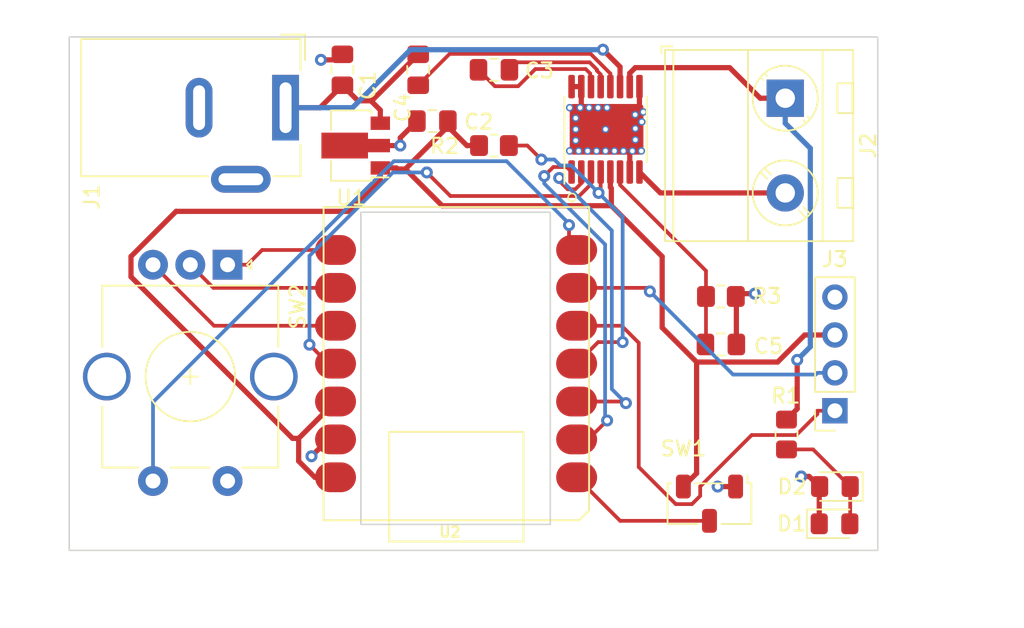
<source format=kicad_pcb>
(kicad_pcb (version 20231212) (generator "pcbnew") (generator_version "7.99")
  (layers (0 "F.Cu" signal) (31 "B.Cu" signal) (34 "B.Paste" user) (35 "F.Paste" user) (36 "B.SilkS" user "B.Silkscreen") (37 "F.SilkS" user "F.Silkscreen") (38 "B.Mask" user) (39 "F.Mask" user) (44 "Edge.Cuts" user))
  (net 0 "")
  (net 1 "GND")
  (net 2 "+VIN")
  (net 3 "Net-(U4-IPROPI)")
  (net 4 "+3V3")
  (net 5 "/Power Output/DCC_0")
  (net 6 "Net-(U2-PB08_A6_D6_TX)")
  (net 7 "/Control Board/PWM")
  (net 8 "Net-(U2-PB09_A7_D7_RX)")
  (net 9 "/Power Output/DCC_1")
  (net 10 "/Control Board/SENSE")
  (net 11 "Net-(SW1-B)")
  (net 12 "/Control Board/DIRECTION")
  (net 13 "/Control Board/BRAKE")
  (net 14 "Net-(U2-PA5_A9_D9_MISO)")
  (net 15 "Net-(U2-PA7_A8_D8_SCK)")
  (net 16 "Net-(D1-A)")
  (net 17 "/Control Board/SCL")
  (net 18 "/Control Board/SDA")
  (net 19 "Net-(U4-VCP)")
  (net 20 "Net-(U4-CPL)")
  (net 21 "Net-(U4-CPH)")
  (footprint "Connector_PinSocket_2.54mm:PinSocket_1x04_P2.54mm_Vertical" (layer "F.Cu") (at 142.24 81.28 180)
    (property "Reference" "J3" (at 0 10.16 180) (layer "F.SilkS"))
    (property "Value" "OLED_SOCKET")
    (fp_line (start 1.33 1.27) (end 1.33 8.95) (stroke (width 0.12)) (layer "F.SilkS"))
    (fp_line (start 1.33 -1.33) (end 1.33 0) (stroke (width 0.12)) (layer "F.SilkS"))
    (fp_line (start 0 -1.33) (end 1.33 -1.33) (stroke (width 0.12)) (layer "F.SilkS"))
    (fp_line (start -1.33 8.95) (end 1.33 8.95) (stroke (width 0.12)) (layer "F.SilkS"))
    (fp_line (start -1.33 1.27) (end 1.33 1.27) (stroke (width 0.12)) (layer "F.SilkS"))
    (fp_line (start -1.33 1.27) (end -1.33 8.95) (stroke (width 0.12)) (layer "F.SilkS"))
    (pad "1" thru_hole rect (at 0 0 180) (size 1.7 1.7) (drill 1) (layers "*.Cu" "*.Mask") (net 18 "/Control Board/SDA"))
    (pad "2" thru_hole oval (at 0 2.54 180) (size 1.7 1.7) (drill 1) (layers "*.Cu" "*.Mask") (net 17 "/Control Board/SCL"))
    (pad "3" thru_hole oval (at 0 5.08 180) (size 1.7 1.7) (drill 1) (layers "*.Cu" "*.Mask") (net 4 "+3V3"))
    (pad "4" thru_hole oval (at 0 7.62 180) (size 1.7 1.7) (drill 1) (layers "*.Cu" "*.Mask") (net 1 "GND"))
  )
  (footprint "Capacitor_SMD:C_0805_2012Metric_Pad1.18x1.45mm_HandSolder" (layer "F.Cu") (at 114.3 58.42 90)
    (property "Reference" "C4" (at -2.54 -1.0375 -90) (layer "F.SilkS"))
    (property "Value" "100nF")
    (fp_line (start -0.261252 -0.735) (end 0.261252 -0.735) (stroke (width 0.12)) (layer "F.SilkS"))
    (fp_line (start -0.261252 0.735) (end 0.261252 0.735) (stroke (width 0.12)) (layer "F.SilkS"))
    (pad "1" smd roundrect (at -1.0375 0 90) (size 1.175 1.45) (layers "F.Cu" "F.Paste" "F.Mask") (roundrect_rratio 0.212766) (net 19 "Net-(U4-VCP)"))
    (pad "2" smd roundrect (at 1.0375 0 90) (size 1.175 1.45) (layers "F.Cu" "F.Paste" "F.Mask") (roundrect_rratio 0.212766) (net 2 "+VIN"))
  )
  (footprint "Rotary_Encoder:RotaryEncoder_Alps_EC11E-Switch_Vertical_H20mm_CircularMountingHoles" (layer "F.Cu") (at 101.52 71.49 -90)
    (property "Reference" "SW2" (at 2.8 -4.7 90) (layer "F.SilkS"))
    (property "Value" "RotaryEncoder_Switch")
    (fp_line (start 5.5 8.4) (end 1.4 8.4) (stroke (width 0.12)) (layer "F.SilkS"))
    (fp_line (start 13.6 8.4) (end 9.5 8.4) (stroke (width 0.12)) (layer "F.SilkS"))
    (fp_line (start 13.6 6) (end 13.6 8.4) (stroke (width 0.12)) (layer "F.SilkS"))
    (fp_line (start 7 2.5) (end 8 2.5) (stroke (width 0.12)) (layer "F.SilkS"))
    (fp_line (start 7.5 2) (end 7.5 3) (stroke (width 0.12)) (layer "F.SilkS"))
    (fp_line (start 13.6 1.2) (end 13.6 3.8) (stroke (width 0.12)) (layer "F.SilkS"))
    (fp_line (start 0 -1.3) (end -0.3 -1.6) (stroke (width 0.12)) (layer "F.SilkS"))
    (fp_line (start -0.3 -1.6) (end 0.3 -1.6) (stroke (width 0.12)) (layer "F.SilkS"))
    (fp_line (start 0.3 -1.6) (end 0 -1.3) (stroke (width 0.12)) (layer "F.SilkS"))
    (fp_line (start 1.4 -3.4) (end 1.4 8.4) (stroke (width 0.12)) (layer "F.SilkS"))
    (fp_line (start 5.5 -3.4) (end 1.4 -3.4) (stroke (width 0.12)) (layer "F.SilkS"))
    (fp_line (start 9.5 -3.4) (end 13.6 -3.4) (stroke (width 0.12)) (layer "F.SilkS"))
    (fp_line (start 13.6 -3.4) (end 13.6 -1) (stroke (width 0.12)) (layer "F.SilkS"))
    (fp_circle (center 7.5 2.5) (end 10.5 2.5) (stroke (width 0.12)) (fill none) (layer "F.SilkS"))
    (pad "A" thru_hole rect (at 0 0 270) (size 2 2) (drill 1) (layers "*.Cu" "*.Mask") (net 8 "Net-(U2-PB09_A7_D7_RX)"))
    (pad "B" thru_hole circle (at 0 5 270) (size 2 2) (drill 1) (layers "*.Cu" "*.Mask") (net 14 "Net-(U2-PA5_A9_D9_MISO)"))
    (pad "C" thru_hole circle (at 0 2.5 270) (size 2 2) (drill 1) (layers "*.Cu" "*.Mask") (net 15 "Net-(U2-PA7_A8_D8_SCK)"))
    (pad "MP" thru_hole circle (at 7.5 -3.1 270) (size 3.2 3.2) (drill 2.6) (layers "*.Cu" "*.Mask"))
    (pad "MP" thru_hole circle (at 7.5 8.1 270) (size 3.2 3.2) (drill 2.6) (layers "*.Cu" "*.Mask"))
    (pad "S1" thru_hole circle (at 14.5 5 270) (size 2 2) (drill 1) (layers "*.Cu" "*.Mask") (net 6 "Net-(U2-PB08_A6_D6_TX)"))
    (pad "S2" thru_hole circle (at 14.5 0 270) (size 2 2) (drill 1) (layers "*.Cu" "*.Mask") (net 1 "GND"))
  )
  (footprint "DRVC8874:HTSSOP-16-1EP_4.4x5mm_P0.65mm_EP3.4x5mm_Mask2.46_HiAmp" (layer "F.Cu") (at 126.86 62.41 90)
    (property "Reference" "U4" (hide yes))
    (property "Value" "DRV8874PWPR")
    (fp_line (start 0 -2.76) (end 2.2 -2.76) (stroke (width 0.12)) (layer "F.SilkS"))
    (fp_line (start 0 -2.76) (end -3.65 -2.76) (stroke (width 0.12)) (layer "F.SilkS"))
    (fp_line (start 0 2.76) (end 2.2 2.76) (stroke (width 0.12)) (layer "F.SilkS"))
    (fp_line (start 0 2.76) (end -2.2 2.76) (stroke (width 0.12)) (layer "F.SilkS"))
    (fp_circle (center -4.565943 -2.242912) (end -4.301715 -2.27227) (stroke (width 0.1)) (fill none) (layer "F.SilkS"))
    (pad "1" smd roundrect (at -2.8625 -2.275 90) (size 1.575 0.44) (layers "F.Cu" "F.Paste" "F.Mask") (net 13 "/Control Board/BRAKE"))
    (pad "2" smd roundrect (at -2.8625 -1.625 90) (size 1.575 0.44) (layers "F.Cu" "F.Paste" "F.Mask") (net 12 "/Control Board/DIRECTION"))
    (pad "3" smd roundrect (at -2.8625 -0.975 90) (size 1.575 0.44) (layers "F.Cu" "F.Paste" "F.Mask") (net 7 "/Control Board/PWM"))
    (pad "4" smd roundrect (at -2.8625 -0.325 90) (size 1.575 0.44) (layers "F.Cu" "F.Paste" "F.Mask") (net 10 "/Control Board/SENSE"))
    (pad "5" smd roundrect (at -2.8625 0.325 90) (size 1.575 0.44) (layers "F.Cu" "F.Paste" "F.Mask") (net 4 "+3V3"))
    (pad "6" smd roundrect (at -2.8625 0.975 90) (size 1.575 0.44) (layers "F.Cu" "F.Paste" "F.Mask") (net 3 "Net-(U4-IPROPI)"))
    (pad "7" smd roundrect (at -2.8625 1.625 90) (size 1.575 0.44) (layers "F.Cu" "F.Paste" "F.Mask") (net 1 "GND"))
    (pad "8" smd roundrect (at -2.8625 2.275 90) (size 1.575 0.44) (layers "F.Cu" "F.Paste" "F.Mask") (net 5 "/Power Output/DCC_0"))
    (pad "9" smd roundrect (at 2.8625 2.275 90) (size 1.575 0.44) (layers "F.Cu" "F.Paste" "F.Mask") (net 1 "GND"))
    (pad "10" smd roundrect (at 2.8625 1.625 90) (size 1.575 0.44) (layers "F.Cu" "F.Paste" "F.Mask") (net 9 "/Power Output/DCC_1"))
    (pad "11" smd roundrect (at 2.8625 0.975 90) (size 1.575 0.44) (layers "F.Cu" "F.Paste" "F.Mask") (net 2 "+VIN"))
    (pad "12" smd roundrect (at 2.8625 0.325 90) (size 1.575 0.44) (layers "F.Cu" "F.Paste" "F.Mask") (net 19 "Net-(U4-VCP)"))
    (pad "13" smd roundrect (at 2.8625 -0.325 90) (size 1.575 0.44) (layers "F.Cu" "F.Paste" "F.Mask") (net 21 "Net-(U4-CPH)"))
    (pad "14" smd roundrect (at 2.8625 -0.975 90) (size 1.575 0.44) (layers "F.Cu" "F.Paste" "F.Mask") (net 20 "Net-(U4-CPL)"))
    (pad "15" smd roundrect (at 2.8625 -1.625 90) (size 1.575 0.44) (layers "F.Cu" "F.Paste" "F.Mask") (net 1 "GND"))
    (pad "16" smd roundrect (at 2.8625 -2.275 90) (size 1.575 0.44) (layers "F.Cu" "F.Paste" "F.Mask") (net 1 "GND"))
    (pad "17" thru_hole circle (at -1.45 -2.4 90) (size 0.5 0.5) (drill 0.3) (layers "*.Cu") (net 1 "GND"))
    (pad "17" thru_hole circle (at -1.45 -1.8 90) (size 0.5 0.5) (drill 0.3) (layers "*.Cu") (net 1 "GND"))
    (pad "17" thru_hole circle (at -1.45 -1.2 90) (size 0.5 0.5) (drill 0.3) (layers "*.Cu") (net 1 "GND"))
    (pad "17" thru_hole circle (at -1.45 -0.6 90) (size 0.5 0.5) (drill 0.3) (layers "*.Cu") (net 1 "GND"))
    (pad "17" thru_hole circle (at -1.45 0 90) (size 0.5 0.5) (drill 0.3) (layers "*.Cu") (net 1 "GND"))
    (pad "17" thru_hole circle (at -1.45 0.6 90) (size 0.5 0.5) (drill 0.3) (layers "*.Cu") (net 1 "GND"))
    (pad "17" thru_hole circle (at -1.45 1.2 90) (size 0.5 0.5) (drill 0.3) (layers "*.Cu") (net 1 "GND"))
    (pad "17" thru_hole circle (at -1.45 1.8 90) (size 0.5 0.5) (drill 0.3) (layers "*.Cu") (net 1 "GND"))
    (pad "17" thru_hole circle (at -1.45 2.4 90) (size 0.5 0.5) (drill 0.3) (layers "*.Cu") (net 1 "GND"))
    (pad "17" thru_hole circle (at -0.75 -2 90) (size 0.5 0.5) (drill 0.3) (layers "*.Cu") (net 1 "GND"))
    (pad "17" thru_hole circle (at -0.7 2 90) (size 0.5 0.5) (drill 0.3) (layers "*.Cu") (net 1 "GND"))
    (pad "17" thru_hole circle (at 0 -2 90) (size 0.5 0.5) (drill 0.3) (layers "*.Cu") (net 1 "GND"))
    (pad "17" thru_hole circle (at 0 0 90) (size 0.5 0.5) (drill 0.3) (layers "*.Cu") (net 1 "GND"))
    (pad "17" smd roundrect (at 0 0.069995 90) (size 3.4 4.93999) (layers "F.Cu") (roundrect_rratio 0.06451612903) (net 1 "GND"))
    (pad "17" thru_hole circle (at 0.05 2 90) (size 0.5 0.5) (drill 0.3) (layers "*.Cu") (net 1 "GND"))
    (pad "17" thru_hole circle (at 0.5 2.43 90) (size 0.5 0.5) (drill 0.3) (layers "*.Cu") (net 1 "GND"))
    (pad "17" thru_hole circle (at 0.75 -2 90) (size 0.5 0.5) (drill 0.3) (layers "*.Cu") (net 1 "GND"))
    (pad "17" thru_hole circle (at 0.98 1.99 90) (size 0.5 0.5) (drill 0.3) (layers "*.Cu") (net 1 "GND"))
    (pad "17" thru_hole circle (at 1.16 2.53 90) (size 0.5 0.5) (drill 0.3) (layers "*.Cu") (net 1 "GND"))
    (pad "17" thru_hole circle (at 1.45 -2.4 90) (size 0.5 0.5) (drill 0.3) (layers "*.Cu") (net 1 "GND"))
    (pad "17" thru_hole circle (at 1.45 -1.7 90) (size 0.5 0.5) (drill 0.3) (layers "*.Cu") (net 1 "GND"))
    (pad "17" thru_hole circle (at 1.45 -1.1 90) (size 0.5 0.5) (drill 0.3) (layers "*.Cu") (net 1 "GND"))
    (pad "17" thru_hole circle (at 1.45 -0.5 90) (size 0.5 0.5) (drill 0.3) (layers "*.Cu") (net 1 "GND"))
    (pad "17" thru_hole circle (at 1.45 0.1 90) (size 0.5 0.5) (drill 0.3) (layers "*.Cu") (net 1 "GND"))
  )
  (footprint "Resistor_SMD:R_0805_2012Metric_Pad1.20x1.40mm_HandSolder" (layer "F.Cu") (at 134.5954 73.6174)
    (property "Reference" "R3" (at 3.086389 -0.025191 0) (layer "F.SilkS"))
    (property "Value" "1k5")
    (fp_line (start -0.227064 -0.735) (end 0.227064 -0.735) (stroke (width 0.12)) (layer "F.SilkS"))
    (fp_line (start -0.227064 0.735) (end 0.227064 0.735) (stroke (width 0.12)) (layer "F.SilkS"))
    (pad "1" smd roundrect (at -1 0) (size 1.2 1.4) (layers "F.Cu" "F.Paste" "F.Mask") (roundrect_rratio 0.208333) (net 3 "Net-(U4-IPROPI)"))
    (pad "2" smd roundrect (at 1 0) (size 1.2 1.4) (layers "F.Cu" "F.Paste" "F.Mask") (roundrect_rratio 0.208333) (net 1 "GND"))
  )
  (footprint "Package_TO_SOT_SMD:SOT-89-3" (layer "F.Cu") (at 109.81 63.5 180)
    (property "Reference" "U1" (at 0 -3.5 180) (layer "F.SilkS"))
    (property "Value" "L78L05_SOT89")
    (fp_line (start 1.36 2.36) (end -1.36 2.36) (stroke (width 0.12)) (layer "F.SilkS"))
    (fp_line (start 1.36 1.05) (end 1.36 2.36) (stroke (width 0.12)) (layer "F.SilkS"))
    (fp_line (start 1.36 -2.36) (end 1.36 -1.05) (stroke (width 0.12)) (layer "F.SilkS"))
    (fp_line (start -1.36 2.36) (end -1.36 2.13) (stroke (width 0.12)) (layer "F.SilkS"))
    (fp_line (start -1.36 -2.36) (end 1.36 -2.36) (stroke (width 0.12)) (layer "F.SilkS"))
    (fp_line (start -1.36 -2.36) (end -1.36 -2.13) (stroke (width 0.12)) (layer "F.SilkS"))
    (fp_line (start -2.5 -2.13) (end -1.36 -2.13) (stroke (width 0.12)) (layer "F.SilkS"))
    (pad "1" smd rect (at -1.95 -1.5 180) (size 1.3 0.9) (layers "F.Cu" "F.Paste" "F.Mask") (net 4 "+3V3"))
    (pad "2" smd custom (at -1.8625 0 180) (size 1.475 0.9) (layers "F.Cu" "F.Paste" "F.Mask") (net 1 "GND") (options (clearance outline) (anchor rect)) (primitives (gr_poly (pts (xy 3.8625 0.8665) (xy 0.7375 0.8665) (xy 0.7375 -0.8665) (xy 3.8625 -0.8665)) (width 0) (fill yes))))
    (pad "3" smd rect (at -1.95 1.5 180) (size 1.3 0.9) (layers "F.Cu" "F.Paste" "F.Mask") (net 2 "+VIN"))
  )
  (footprint "XIAO:MOUDLE14P-SMD-2.54-21X17.8MM" (layer "F.Cu") (at 125.7575 67.6207 180)
    (property "Reference" "U2" (at 9.3345 -21.7805 180) (layer "F.SilkS") (effects (font (size 0.7 0.7))))
    (property "Value" "XIAO-ESP32C3")
    (fp_line (start 17.8 0) (end 17.8 -21) (stroke (width 0.127)) (layer "F.SilkS"))
    (fp_line (start 17.8 -21) (end 0.671541 -21) (stroke (width 0.127)) (layer "F.SilkS"))
    (fp_line (start 13.395 -15.072) (end 4.396 -15.072) (stroke (width 0.127)) (layer "F.SilkS"))
    (fp_line (start 13.395 -22.424) (end 13.395 -15.072) (stroke (width 0.127)) (layer "F.SilkS"))
    (fp_line (start 4.4 -22.424) (end 13.395 -22.424) (stroke (width 0.127)) (layer "F.SilkS"))
    (fp_line (start 4.396 -15.072) (end 4.396 -22.425) (stroke (width 0.127)) (layer "F.SilkS"))
    (fp_line (start 0.671541 -21) (end 0 -20.3285) (stroke (width 0.127)) (layer "F.SilkS"))
    (fp_line (start 0 0) (end 17.8 0) (stroke (width 0.127)) (layer "F.SilkS"))
    (fp_line (start 0 -20.3285) (end 0 0) (stroke (width 0.127)) (layer "F.SilkS"))
    (pad "1" smd roundrect (at 0.835 -18.12 180) (size 2.75 2) (layers "F.Cu" "F.Paste" "F.Mask") (roundrect_rratio 0.5) (net 11 "Net-(SW1-B)"))
    (pad "2" smd roundrect (at 0.835 -15.58 180) (size 2.75 2) (layers "F.Cu" "F.Paste" "F.Mask") (roundrect_rratio 0.5) (net 13 "/Control Board/BRAKE"))
    (pad "3" smd roundrect (at 0.835 -13.04 180) (size 2.75 2) (layers "F.Cu" "F.Paste" "F.Mask") (roundrect_rratio 0.5) (net 12 "/Control Board/DIRECTION"))
    (pad "4" smd roundrect (at 0.835 -10.5 180) (size 2.75 2) (layers "F.Cu" "F.Paste" "F.Mask") (roundrect_rratio 0.5) (net 10 "/Control Board/SENSE"))
    (pad "5" smd roundrect (at 0.835 -7.96 180) (size 2.75 2) (layers "F.Cu" "F.Paste" "F.Mask") (roundrect_rratio 0.5) (net 18 "/Control Board/SDA"))
    (pad "6" smd roundrect (at 0.835 -5.42 180) (size 2.75 2) (layers "F.Cu" "F.Paste" "F.Mask") (roundrect_rratio 0.5) (net 17 "/Control Board/SCL"))
    (pad "7" smd roundrect (at 0.835 -2.88 180) (size 2.75 2) (layers "F.Cu" "F.Paste" "F.Mask") (roundrect_rratio 0.5) (net 6 "Net-(U2-PB08_A6_D6_TX)"))
    (pad "8" smd roundrect (at 17 -2.88 180) (size 2.75 2) (layers "F.Cu" "F.Paste" "F.Mask") (roundrect_rratio 0.5) (net 8 "Net-(U2-PB09_A7_D7_RX)"))
    (pad "9" smd roundrect (at 17 -5.42 180) (size 2.75 2) (layers "F.Cu" "F.Paste" "F.Mask") (roundrect_rratio 0.5) (net 15 "Net-(U2-PA7_A8_D8_SCK)"))
    (pad "10" smd roundrect (at 17 -7.96 180) (size 2.75 2) (layers "F.Cu" "F.Paste" "F.Mask") (roundrect_rratio 0.5) (net 14 "Net-(U2-PA5_A9_D9_MISO)"))
    (pad "11" smd roundrect (at 17 -10.5 180) (size 2.75 2) (layers "F.Cu" "F.Paste" "F.Mask") (roundrect_rratio 0.5) (net 7 "/Control Board/PWM"))
    (pad "12" smd roundrect (at 17 -13.04 180) (size 2.75 2) (layers "F.Cu" "F.Paste" "F.Mask") (roundrect_rratio 0.5) (net 4 "+3V3"))
    (pad "13" smd roundrect (at 17 -15.58 180) (size 2.75 2) (layers "F.Cu" "F.Paste" "F.Mask") (roundrect_rratio 0.5) (net 1 "GND"))
    (pad "14" smd roundrect (at 17 -18.12 180) (size 2.75 2) (layers "F.Cu" "F.Paste" "F.Mask") (roundrect_rratio 0.5) (net 4 "+3V3"))
  )
  (footprint "LED_SMD:LED_0805_2012Metric_Pad1.15x1.40mm_HandSolder" (layer "F.Cu") (at 142.24 86.36 180)
    (property "Reference" "D2" (at 2.871375 -0.007554 180) (layer "F.SilkS"))
    (property "Value" "LED")
    (fp_line (start 1 -0.96) (end -1.86 -0.96) (stroke (width 0.12)) (layer "F.SilkS"))
    (fp_line (start -1.86 0.96) (end 1 0.96) (stroke (width 0.12)) (layer "F.SilkS"))
    (fp_line (start -1.86 -0.96) (end -1.86 0.96) (stroke (width 0.12)) (layer "F.SilkS"))
    (pad "1" smd roundrect (at -1.025 0 180) (size 1.15 1.4) (layers "F.Cu" "F.Paste" "F.Mask") (roundrect_rratio 0.217391) (net 16 "Net-(D1-A)"))
    (pad "2" smd roundrect (at 1.025 0 180) (size 1.15 1.4) (layers "F.Cu" "F.Paste" "F.Mask") (roundrect_rratio 0.217391) (net 1 "GND"))
  )
  (footprint "Capacitor_SMD:C_0805_2012Metric_Pad1.18x1.45mm_HandSolder" (layer "F.Cu") (at 115.2528 61.8607 180)
    (property "Reference" "C2" (at -3.107865 -0.04295 180) (layer "F.SilkS"))
    (property "Value" "47uF")
    (fp_line (start -0.261252 0.735) (end 0.261252 0.735) (stroke (width 0.12)) (layer "F.SilkS"))
    (fp_line (start -0.261252 -0.735) (end 0.261252 -0.735) (stroke (width 0.12)) (layer "F.SilkS"))
    (pad "1" smd roundrect (at -1.0375 0 180) (size 1.175 1.45) (layers "F.Cu" "F.Paste" "F.Mask") (roundrect_rratio 0.212766) (net 4 "+3V3"))
    (pad "2" smd roundrect (at 1.0375 0 180) (size 1.175 1.45) (layers "F.Cu" "F.Paste" "F.Mask") (roundrect_rratio 0.212766) (net 1 "GND"))
  )
  (footprint "Capacitor_SMD:C_0805_2012Metric_Pad1.18x1.45mm_HandSolder" (layer "F.Cu") (at 109.22 58.42 90)
    (property "Reference" "C1" (at -1.049455 1.703665 -90) (layer "F.SilkS"))
    (property "Value" "1uF")
    (fp_line (start -0.261252 -0.735) (end 0.261252 -0.735) (stroke (width 0.12)) (layer "F.SilkS"))
    (fp_line (start -0.261252 0.735) (end 0.261252 0.735) (stroke (width 0.12)) (layer "F.SilkS"))
    (pad "1" smd roundrect (at -1.0375 0 90) (size 1.175 1.45) (layers "F.Cu" "F.Paste" "F.Mask") (roundrect_rratio 0.212766) (net 2 "+VIN"))
    (pad "2" smd roundrect (at 1.0375 0 90) (size 1.175 1.45) (layers "F.Cu" "F.Paste" "F.Mask") (roundrect_rratio 0.212766) (net 1 "GND"))
  )
  (footprint "Resistor_SMD:R_0805_2012Metric_Pad1.20x1.40mm_HandSolder" (layer "F.Cu") (at 119.38 63.5)
    (property "Reference" "R2" (at -3.313298 0.027451 0) (layer "F.SilkS"))
    (property "Value" "47k")
    (fp_line (start -0.227064 -0.735) (end 0.227064 -0.735) (stroke (width 0.12)) (layer "F.SilkS"))
    (fp_line (start -0.227064 0.735) (end 0.227064 0.735) (stroke (width 0.12)) (layer "F.SilkS"))
    (pad "1" smd roundrect (at -1 0) (size 1.2 1.4) (layers "F.Cu" "F.Paste" "F.Mask") (roundrect_rratio 0.208333) (net 4 "+3V3"))
    (pad "2" smd roundrect (at 1 0) (size 1.2 1.4) (layers "F.Cu" "F.Paste" "F.Mask") (roundrect_rratio 0.208333) (net 10 "/Control Board/SENSE"))
  )
  (footprint "Resistor_SMD:R_0805_2012Metric_Pad1.20x1.40mm_HandSolder" (layer "F.Cu") (at 138.9931 82.8719 -90)
    (property "Reference" "R1" (at -2.597087 0.051881 0) (layer "F.SilkS"))
    (property "Value" "47k")
    (fp_line (start -0.227064 0.735) (end 0.227064 0.735) (stroke (width 0.12)) (layer "F.SilkS"))
    (fp_line (start -0.227064 -0.735) (end 0.227064 -0.735) (stroke (width 0.12)) (layer "F.SilkS"))
    (pad "1" smd roundrect (at -1 0 270) (size 1.2 1.4) (layers "F.Cu" "F.Paste" "F.Mask") (roundrect_rratio 0.208333) (net 9 "/Power Output/DCC_1"))
    (pad "2" smd roundrect (at 1 0 270) (size 1.2 1.4) (layers "F.Cu" "F.Paste" "F.Mask") (roundrect_rratio 0.208333) (net 16 "Net-(D1-A)"))
  )
  (footprint "Capacitor_SMD:C_0805_2012Metric_Pad1.18x1.45mm_HandSolder" (layer "F.Cu") (at 119.38 58.42 180)
    (property "Reference" "C3" (at -3.049417 -0.05365 180) (layer "F.SilkS"))
    (property "Value" "22nF")
    (fp_line (start -0.261252 0.735) (end 0.261252 0.735) (stroke (width 0.12)) (layer "F.SilkS"))
    (fp_line (start -0.261252 -0.735) (end 0.261252 -0.735) (stroke (width 0.12)) (layer "F.SilkS"))
    (pad "1" smd roundrect (at -1.0375 0 180) (size 1.175 1.45) (layers "F.Cu" "F.Paste" "F.Mask") (roundrect_rratio 0.212766) (net 21 "Net-(U4-CPH)"))
    (pad "2" smd roundrect (at 1.0375 0 180) (size 1.175 1.45) (layers "F.Cu" "F.Paste" "F.Mask") (roundrect_rratio 0.212766) (net 20 "Net-(U4-CPL)"))
  )
  (footprint "LED_SMD:LED_0805_2012Metric_Pad1.15x1.40mm_HandSolder" (layer "F.Cu") (at 142.2154 88.8574)
    (property "Reference" "D1" (at -2.874786 -0.008009 0) (layer "F.SilkS"))
    (property "Value" "LED")
    (fp_line (start -1.86 -0.96) (end -1.86 0.96) (stroke (width 0.12)) (layer "F.SilkS"))
    (fp_line (start -1.86 0.96) (end 1 0.96) (stroke (width 0.12)) (layer "F.SilkS"))
    (fp_line (start 1 -0.96) (end -1.86 -0.96) (stroke (width 0.12)) (layer "F.SilkS"))
    (pad "1" smd roundrect (at -1.025 0) (size 1.15 1.4) (layers "F.Cu" "F.Paste" "F.Mask") (roundrect_rratio 0.217391) (net 1 "GND"))
    (pad "2" smd roundrect (at 1.025 0) (size 1.15 1.4) (layers "F.Cu" "F.Paste" "F.Mask") (roundrect_rratio 0.217391) (net 16 "Net-(D1-A)"))
  )
  (footprint "Connector_BarrelJack:BarrelJack_Wuerth_6941xx301002" (layer "F.Cu") (at 105.41 60.96 -90)
    (property "Reference" "J1" (at 5.984189 12.992831 90) (layer "F.SilkS"))
    (property "Value" "Barrel_Jack_Switch")
    (fp_line (start -4.6 13.7) (end -4.6 -1) (stroke (width 0.12)) (layer "F.SilkS"))
    (fp_line (start 4.6 13.7) (end -4.6 13.7) (stroke (width 0.12)) (layer "F.SilkS"))
    (fp_line (start 4.6 5.2) (end 4.6 13.7) (stroke (width 0.12)) (layer "F.SilkS"))
    (fp_line (start -4.6 -1) (end -2.5 -1) (stroke (width 0.12)) (layer "F.SilkS"))
    (fp_line (start 2.5 -1) (end 4.6 -1) (stroke (width 0.12)) (layer "F.SilkS"))
    (fp_line (start 4.6 -1) (end 4.6 0.8) (stroke (width 0.12)) (layer "F.SilkS"))
    (fp_line (start -4.9 -1.3) (end -4.9 0.3) (stroke (width 0.12)) (layer "F.SilkS"))
    (fp_line (start -3.2 -1.3) (end -4.9 -1.3) (stroke (width 0.12)) (layer "F.SilkS"))
    (pad "1" thru_hole rect (at 0 0 270) (size 4.4 1.8) (drill oval 3.4 0.8) (layers "*.Cu" "*.Mask") (net 2 "+VIN"))
    (pad "2" thru_hole oval (at 0 5.8 270) (size 4 1.8) (drill oval 3 0.8) (layers "*.Cu" "*.Mask") (net 1 "GND"))
    (pad "3" thru_hole oval (at 4.8 3) (size 4 1.8) (drill oval 3 0.8) (layers "*.Cu" "*.Mask") (net 1 "GND"))
  )
  (footprint "TerminalBlock_MetzConnect:TerminalBlock_MetzConnect_Type701_RT11L02HGLU_1x02_P6.35mm_Horizontal" (layer "F.Cu") (at 138.91 60.325 -90)
    (property "Reference" "J2" (at 3.175 -5.56 90) (layer "F.SilkS"))
    (property "Value" "Screw_Terminal_01x02")
    (fp_line (start -3.475 8.3) (end -2.975 8.3) (stroke (width 0.12)) (layer "F.SilkS"))
    (fp_line (start -3.235 8.06) (end 9.585 8.06) (stroke (width 0.12)) (layer "F.SilkS"))
    (fp_line (start -3.475 7.56) (end -3.475 8.3) (stroke (width 0.12)) (layer "F.SilkS"))
    (fp_line (start -3.235 7.5) (end 9.585 7.5) (stroke (width 0.12)) (layer "F.SilkS"))
    (fp_line (start -3.235 2.5) (end 9.585 2.5) (stroke (width 0.12)) (layer "F.SilkS"))
    (fp_line (start -1.236 1.502) (end -1.388 1.654) (stroke (width 0.12)) (layer "F.SilkS"))
    (fp_line (start -1.502 1.235) (end -1.654 1.388) (stroke (width 0.12)) (layer "F.SilkS"))
    (fp_line (start 5.389 1.228) (end 4.963 1.654) (stroke (width 0.12)) (layer "F.SilkS"))
    (fp_line (start 5.123 0.962) (end 4.697 1.388) (stroke (width 0.12)) (layer "F.SilkS"))
    (fp_line (start 1.654 -1.388) (end 1.502 -1.236) (stroke (width 0.12)) (layer "F.SilkS"))
    (fp_line (start 8.004 -1.388) (end 7.563 -0.947) (stroke (width 0.12)) (layer "F.SilkS"))
    (fp_line (start 1.388 -1.654) (end 1.236 -1.502) (stroke (width 0.12)) (layer "F.SilkS"))
    (fp_line (start 7.738 -1.654) (end 7.312 -1.228) (stroke (width 0.12)) (layer "F.SilkS"))
    (fp_line (start -3.235 -2.5) (end 9.585 -2.5) (stroke (width 0.12)) (layer "F.SilkS"))
    (fp_line (start -1 -3.5) (end 1 -3.5) (stroke (width 0.12)) (layer "F.SilkS"))
    (fp_line (start 5.35 -3.5) (end 7.35 -3.5) (stroke (width 0.12)) (layer "F.SilkS"))
    (fp_line (start -1 -4.5) (end -1 -3.5) (stroke (width 0.12)) (layer "F.SilkS"))
    (fp_line (start -1 -4.5) (end 1 -4.5) (stroke (width 0.12)) (layer "F.SilkS"))
    (fp_line (start 1 -4.5) (end 1 -3.5) (stroke (width 0.12)) (layer "F.SilkS"))
    (fp_line (start 5.35 -4.5) (end 5.35 -3.5) (stroke (width 0.12)) (layer "F.SilkS"))
    (fp_line (start 5.35 -4.5) (end 7.35 -4.5) (stroke (width 0.12)) (layer "F.SilkS"))
    (fp_line (start 7.35 -4.5) (end 7.35 -3.5) (stroke (width 0.12)) (layer "F.SilkS"))
    (fp_line (start -3.235 -4.56) (end -3.235 8.06) (stroke (width 0.12)) (layer "F.SilkS"))
    (fp_line (start -3.235 -4.56) (end 9.585 -4.56) (stroke (width 0.12)) (layer "F.SilkS"))
    (fp_line (start 9.585 -4.56) (end 9.585 8.06) (stroke (width 0.12)) (layer "F.SilkS"))
    (fp_circle (center 0 0) (end 2.18 0) (stroke (width 0.12)) (fill none) (layer "F.SilkS"))
    (fp_circle (center 6.35 0) (end 8.53 0) (stroke (width 0.12)) (fill none) (layer "F.SilkS"))
    (pad "1" thru_hole rect (at 0 0 270) (size 2.5 2.5) (drill 1.3) (layers "*.Cu" "*.Mask") (net 9 "/Power Output/DCC_1"))
    (pad "2" thru_hole circle (at 6.35 0 270) (size 2.5 2.5) (drill 1.3) (layers "*.Cu" "*.Mask") (net 5 "/Power Output/DCC_0"))
  )
  (footprint "Capacitor_SMD:C_0805_2012Metric_Pad1.18x1.45mm_HandSolder" (layer "F.Cu") (at 134.5954 76.8349)
    (property "Reference" "C5" (at 3.193763 0.107373 0) (layer "F.SilkS"))
    (property "Value" "22nF")
    (fp_line (start -0.261252 -0.735) (end 0.261252 -0.735) (stroke (width 0.12)) (layer "F.SilkS"))
    (fp_line (start -0.261252 0.735) (end 0.261252 0.735) (stroke (width 0.12)) (layer "F.SilkS"))
    (pad "1" smd roundrect (at -1.0375 0) (size 1.175 1.45) (layers "F.Cu" "F.Paste" "F.Mask") (roundrect_rratio 0.212766) (net 3 "Net-(U4-IPROPI)"))
    (pad "2" smd roundrect (at 1.0375 0) (size 1.175 1.45) (layers "F.Cu" "F.Paste" "F.Mask") (roundrect_rratio 0.212766) (net 1 "GND"))
  )
  (footprint "Button_Switch_SMD:Nidec_Copal_CAS-120A" (layer "F.Cu") (at 133.83 87.51 -90)
    (property "Reference" "SW1" (at -3.69 1.75 0) (layer "F.SilkS"))
    (property "Value" "SW_Nidec_CAS-120A1")
    (fp_line (start -1.36 2.81) (end -1.36 2.55) (stroke (width 0.12)) (layer "F.SilkS"))
    (fp_line (start 1.35 2.81) (end -1.35 2.81) (stroke (width 0.12)) (layer "F.SilkS"))
    (fp_line (start 1.36 0.8) (end 1.36 2.81) (stroke (width 0.12)) (layer "F.SilkS"))
    (fp_line (start -1.36 -0.98) (end -1.36 0.98) (stroke (width 0.12)) (layer "F.SilkS"))
    (fp_line (start -1.36 -2.55) (end -1.9 -2.55) (stroke (width 0.12)) (layer "F.SilkS"))
    (fp_line (start -1.36 -2.55) (end -1.36 -2.8) (stroke (width 0.12)) (layer "F.SilkS"))
    (fp_line (start -1.36 -2.81) (end 1.36 -2.81) (stroke (width 0.12)) (layer "F.SilkS"))
    (fp_line (start 1.36 -2.81) (end 1.36 -0.8) (stroke (width 0.12)) (layer "F.SilkS"))
    (pad "1" smd roundrect (at -1.15 -1.75 180) (size 1 1.6) (layers "F.Cu" "F.Paste" "F.Mask") (net 1 "GND"))
    (pad "2" smd roundrect (at 1.15 0 180) (size 1 1.6) (layers "F.Cu" "F.Paste" "F.Mask") (net 11 "Net-(SW1-B)"))
    (pad "3" smd roundrect (at -1.15 1.75 180) (size 1 1.6) (layers "F.Cu" "F.Paste" "F.Mask") (net 4 "+3V3"))
  )
  (gr_rect (start 110.458159 67.97073) (end 123.158159 88.9) (stroke (width 0.1)) (fill none) (layer "Edge.Cuts"))
  (gr_rect (start 90.902836 56.217474) (end 145.1109 90.642526) (stroke (width 0.1)) (fill none) (layer "Edge.Cuts"))
  (segment (start 128.66 63.86) (end 128.485 64.035) (width 0.35) (layer "F.Cu") (net 1))
  (segment (start 141.1904 86.36) (end 141.1904 88.8574) (width 0.35) (layer "F.Cu") (net 1))
  (segment (start 140.5144 85.684) (end 139.9764 85.684) (width 0.35) (layer "F.Cu") (net 1))
  (segment (start 141.1904 86.36) (end 140.5144 85.684) (width 0.35) (layer "F.Cu") (net 1))
  (segment (start 125.235 60.885) (end 125.235 59.5475) (width 0.35) (layer "F.Cu") (net 1))
  (segment (start 135.5763 86.3637) (end 135.58 86.36) (width 0.35) (layer "F.Cu") (net 1))
  (segment (start 141.1904 86.36) (end 141.215 86.36) (width 0.35) (layer "F.Cu") (net 1))
  (segment (start 108.2765 83.2007) (end 108.7575 83.2007) (width 0.35) (layer "F.Cu") (net 1))
  (segment (start 107.1468 84.3304) (end 108.2765 83.2007) (width 0.35) (layer "F.Cu") (net 1))
  (segment (start 125.16 60.96) (end 125.235 60.885) (width 0.35) (layer "F.Cu") (net 1))
  (segment (start 108.8491 57.7534) (end 107.7776 57.7534) (width 0.35) (layer "F.Cu") (net 1))
  (segment (start 109.22 57.3825) (end 108.8491 57.7534) (width 0.35) (layer "F.Cu") (net 1))
  (segment (start 135.8207 73.4296) (end 135.6329 73.6174) (width 0.35) (layer "F.Cu") (net 1))
  (segment (start 129.39 61.25) (end 129.135 60.995) (width 0.35) (layer "F.Cu") (net 1))
  (segment (start 136.8632 73.4296) (end 135.8207 73.4296) (width 0.35) (layer "F.Cu") (net 1))
  (segment (start 135.6329 73.6174) (end 135.6329 76.8349) (width 0.35) (layer "F.Cu") (net 1))
  (segment (start 113.101 62.975) (end 114.2153 61.8607) (width 0.35) (layer "F.Cu") (net 1))
  (segment (start 111.6725 63.5) (end 113.101 63.5) (width 0.35) (layer "F.Cu") (net 1))
  (segment (start 135.6329 73.6174) (end 135.5954 73.6174) (width 0.35) (layer "F.Cu") (net 1))
  (segment (start 128.485 64.035) (end 128.485 65.2725) (width 0.35) (layer "F.Cu") (net 1))
  (segment (start 125.235 59.5475) (end 124.585 59.5475) (width 0.35) (layer "F.Cu") (net 1))
  (segment (start 129.135 60.995) (end 129.135 59.5475) (width 0.35) (layer "F.Cu") (net 1))
  (segment (start 113.101 63.5) (end 113.101 62.975) (width 0.35) (layer "F.Cu") (net 1))
  (segment (start 126.86 62.41) (end 126.93 62.41) (width 0.35) (layer "F.Cu") (net 1))
  (segment (start 134.3785 86.3637) (end 135.5763 86.3637) (width 0.35) (layer "F.Cu") (net 1))
  (via (at 134.3785 86.3637) (size 0.8) (drill 0.4) (layers "F.Cu" "B.Cu") (net 1))
  (via (at 136.8632 73.4296) (size 0.8) (drill 0.4) (layers "F.Cu" "B.Cu") (net 1))
  (via (at 107.1468 84.3304) (size 0.8) (drill 0.4) (layers "F.Cu" "B.Cu") (net 1))
  (via (at 113.101 63.5) (size 0.8) (drill 0.4) (layers "F.Cu" "B.Cu") (net 1))
  (via (at 107.7776 57.7534) (size 0.8) (drill 0.4) (layers "F.Cu" "B.Cu") (net 1))
  (via (at 139.9764 85.684) (size 0.8) (drill 0.4) (layers "F.Cu" "B.Cu") (net 1))
  (segment (start 111.76 62) (end 111.76 61.1233) (width 0.35) (layer "F.Cu") (net 2))
  (segment (start 127.835 58.2224) (end 126.6852 57.0726) (width 0.35) (layer "F.Cu") (net 2))
  (segment (start 111.1852 60.4973) (end 110.2598 60.4973) (width 0.35) (layer "F.Cu") (net 2))
  (segment (start 111.1852 60.4973) (end 114.3 57.3825) (width 0.35) (layer "F.Cu") (net 2))
  (segment (start 110.2598 60.4973) (end 109.22 59.4575) (width 0.35) (layer "F.Cu") (net 2))
  (segment (start 105.41 60.96) (end 107.7175 60.96) (width 0.35) (layer "F.Cu") (net 2))
  (segment (start 111.1852 60.5485) (end 111.1852 60.4973) (width 0.35) (layer "F.Cu") (net 2))
  (segment (start 107.7175 60.96) (end 109.22 59.4575) (width 0.35) (layer "F.Cu") (net 2))
  (segment (start 111.76 61.1233) (end 111.1852 60.5485) (width 0.35) (layer "F.Cu") (net 2))
  (segment (start 127.835 59.5475) (end 127.835 58.2224) (width 0.35) (layer "F.Cu") (net 2))
  (via (at 126.6852 57.0726) (size 0.8) (drill 0.4) (layers "F.Cu" "B.Cu") (net 2))
  (segment (start 109.8948 60.96) (end 113.7822 57.0726) (width 0.35) (layer "B.Cu") (net 2))
  (segment (start 113.7822 57.0726) (end 126.6852 57.0726) (width 0.35) (layer "B.Cu") (net 2))
  (segment (start 105.41 60.96) (end 109.8948 60.96) (width 0.35) (layer "B.Cu") (net 2))
  (segment (start 133.5579 76.8349) (end 133.5954 76.7974) (width 0.25) (layer "F.Cu") (net 3))
  (segment (start 133.5954 71.8998) (end 127.835 66.1394) (width 0.25) (layer "F.Cu") (net 3))
  (segment (start 127.835 66.1394) (end 127.835 65.2725) (width 0.25) (layer "F.Cu") (net 3))
  (segment (start 133.5954 73.6174) (end 133.5954 71.8998) (width 0.25) (layer "F.Cu") (net 3))
  (segment (start 133.5954 76.7974) (end 133.5954 73.6174) (width 0.25) (layer "F.Cu") (net 3))
  (segment (start 111.76 65) (end 112.8367 65) (width 0.35) (layer "F.Cu") (net 4))
  (segment (start 130.6582 70.9403) (end 127.2497 67.5318) (width 0.35) (layer "F.Cu") (net 4))
  (segment (start 106.286 84.6573) (end 106.286 83.1322) (width 0.35) (layer "F.Cu") (net 4))
  (segment (start 111.76 65) (end 111.76 65.8767) (width 0.35) (layer "F.Cu") (net 4))
  (segment (start 138.3979 78.0147) (end 132.9663 78.0147) (width 0.35) (layer "F.Cu") (net 4))
  (segment (start 140.9633 76.2) (end 140.2126 76.2) (width 0.35) (layer "F.Cu") (net 4))
  (segment (start 127.185 66.2932) (end 127.185 65.2725) (width 0.35) (layer "F.Cu") (net 4))
  (segment (start 111.76 65.8767) (end 109.7271 67.9096) (width 0.35) (layer "F.Cu") (net 4))
  (segment (start 116.2903 62.2235) (end 116.2903 61.8607) (width 0.35) (layer "F.Cu") (net 4))
  (segment (start 127.2497 67.5318) (end 127.2497 66.3579) (width 0.35) (layer "F.Cu") (net 4))
  (segment (start 117.5668 63.5) (end 116.2903 62.2235) (width 0.35) (layer "F.Cu") (net 4))
  (segment (start 113.4435 65.0703) (end 115.905 67.5318) (width 0.35) (layer "F.Cu") (net 4))
  (segment (start 140.2126 76.2) (end 138.3979 78.0147) (width 0.35) (layer "F.Cu") (net 4))
  (segment (start 130.6582 75.7066) (end 130.6582 70.9403) (width 0.35) (layer "F.Cu") (net 4))
  (segment (start 115.905 67.5318) (end 127.2497 67.5318) (width 0.35) (layer "F.Cu") (net 4))
  (segment (start 132.9663 85.4737) (end 132.08 86.36) (width 0.35) (layer "F.Cu") (net 4))
  (segment (start 98.0696 67.9096) (end 95.0444 70.9348) (width 0.35) (layer "F.Cu") (net 4))
  (segment (start 108.7575 85.7407) (end 107.3694 85.7407) (width 0.35) (layer "F.Cu") (net 4))
  (segment (start 132.9663 78.0147) (end 130.6582 75.7066) (width 0.35) (layer "F.Cu") (net 4))
  (segment (start 118.38 63.5) (end 117.5668 63.5) (width 0.35) (layer "F.Cu") (net 4))
  (segment (start 132.9663 78.0147) (end 132.9663 85.4737) (width 0.35) (layer "F.Cu") (net 4))
  (segment (start 142.24 76.2) (end 140.9633 76.2) (width 0.35) (layer "F.Cu") (net 4))
  (segment (start 95.0444 70.9348) (end 95.0444 72.3002) (width 0.35) (layer "F.Cu") (net 4))
  (segment (start 127.2497 66.3579) (end 127.185 66.2932) (width 0.35) (layer "F.Cu") (net 4))
  (segment (start 105.8764 83.1322) (end 106.286 83.1322) (width 0.35) (layer "F.Cu") (net 4))
  (segment (start 113.4435 65.0703) (end 116.2903 62.2235) (width 0.35) (layer "F.Cu") (net 4))
  (segment (start 112.907 65.0703) (end 113.4435 65.0703) (width 0.35) (layer "F.Cu") (net 4))
  (segment (start 95.0444 72.3002) (end 105.8764 83.1322) (width 0.35) (layer "F.Cu") (net 4))
  (segment (start 107.3694 85.7407) (end 106.286 84.6573) (width 0.35) (layer "F.Cu") (net 4))
  (segment (start 106.286 83.1322) (end 108.7575 80.6607) (width 0.35) (layer "F.Cu") (net 4))
  (segment (start 109.7271 67.9096) (end 98.0696 67.9096) (width 0.35) (layer "F.Cu") (net 4))
  (segment (start 112.8367 65) (end 112.907 65.0703) (width 0.35) (layer "F.Cu") (net 4))
  (segment (start 130.5375 66.675) (end 129.135 65.2725) (width 0.35) (layer "F.Cu") (net 5))
  (segment (start 138.91 66.675) (end 130.5375 66.675) (width 0.35) (layer "F.Cu") (net 5))
  (segment (start 124.4126 69.9908) (end 124.4126 68.833) (width 0.25) (layer "F.Cu") (net 6))
  (segment (start 124.9225 70.5007) (end 124.4126 69.9908) (width 0.25) (layer "F.Cu") (net 6))
  (via (at 124.4126 68.833) (size 0.8) (drill 0.4) (layers "F.Cu" "B.Cu") (net 6))
  (segment (start 120.2241 64.5468) (end 124.4126 68.7353) (width 0.25) (layer "B.Cu") (net 6))
  (segment (start 112.6725 64.5468) (end 120.2241 64.5468) (width 0.25) (layer "B.Cu") (net 6))
  (segment (start 96.52 85.99) (end 96.52 80.6993) (width 0.25) (layer "B.Cu") (net 6))
  (segment (start 96.52 80.6993) (end 112.6725 64.5468) (width 0.25) (layer "B.Cu") (net 6))
  (segment (start 124.4126 68.7353) (end 124.4126 68.833) (width 0.25) (layer "B.Cu") (net 6))
  (segment (start 125.0927 66.8811) (end 116.4576 66.8811) (width 0.25) (layer "F.Cu") (net 7))
  (segment (start 116.4576 66.8811) (end 114.8779 65.3014) (width 0.25) (layer "F.Cu") (net 7))
  (segment (start 107.0104 76.8507) (end 108.2804 78.1207) (width 0.25) (layer "F.Cu") (net 7))
  (segment (start 125.885 65.2725) (end 125.885 66.0888) (width 0.25) (layer "F.Cu") (net 7))
  (segment (start 108.2804 78.1207) (end 108.7575 78.1207) (width 0.25) (layer "F.Cu") (net 7))
  (segment (start 125.885 66.0888) (end 125.0927 66.8811) (width 0.25) (layer "F.Cu") (net 7))
  (via (at 107.0104 76.8507) (size 0.8) (drill 0.4) (layers "F.Cu" "B.Cu") (net 7))
  (via (at 114.8779 65.3014) (size 0.8) (drill 0.4) (layers "F.Cu" "B.Cu") (net 7))
  (segment (start 107.0104 76.8507) (end 107.0104 70.8926) (width 0.25) (layer "B.Cu") (net 7))
  (segment (start 107.0104 70.8926) (end 112.6016 65.3014) (width 0.25) (layer "B.Cu") (net 7))
  (segment (start 112.6016 65.3014) (end 114.8779 65.3014) (width 0.25) (layer "B.Cu") (net 7))
  (segment (start 101.52 71.49) (end 102.8467 71.49) (width 0.25) (layer "F.Cu") (net 8))
  (segment (start 108.7575 70.5007) (end 103.836 70.5007) (width 0.25) (layer "F.Cu") (net 8))
  (segment (start 103.836 70.5007) (end 102.8467 71.49) (width 0.25) (layer "F.Cu") (net 8))
  (segment (start 128.856 58.2751) (end 128.485 58.6461) (width 0.35) (layer "F.Cu") (net 9))
  (segment (start 128.485 58.6461) (end 128.485 59.5475) (width 0.35) (layer "F.Cu") (net 9))
  (segment (start 139.7119 77.8697) (end 139.7119 81.1531) (width 0.35) (layer "F.Cu") (net 9))
  (segment (start 137.2333 60.325) (end 135.1834 58.2751) (width 0.35) (layer "F.Cu") (net 9))
  (segment (start 138.91 60.325) (end 137.2333 60.325) (width 0.35) (layer "F.Cu") (net 9))
  (segment (start 135.1834 58.2751) (end 128.856 58.2751) (width 0.35) (layer "F.Cu") (net 9))
  (segment (start 139.7119 81.1531) (end 138.9931 81.8719) (width 0.35) (layer "F.Cu") (net 9))
  (via (at 139.7119 77.8697) (size 0.8) (drill 0.4) (layers "F.Cu" "B.Cu") (net 9))
  (segment (start 140.5917 63.6834) (end 140.5917 76.9899) (width 0.35) (layer "B.Cu") (net 9))
  (segment (start 138.91 60.325) (end 138.91 62.0017) (width 0.35) (layer "B.Cu") (net 9))
  (segment (start 140.5917 76.9899) (end 139.7119 77.8697) (width 0.35) (layer "B.Cu") (net 9))
  (segment (start 138.91 62.0017) (end 140.5917 63.6834) (width 0.35) (layer "B.Cu") (net 9))
  (segment (start 126.535 66.532) (end 126.535 65.2725) (width 0.25) (layer "F.Cu") (net 10))
  (segment (start 128.0091 76.6757) (end 126.3675 76.6757) (width 0.25) (layer "F.Cu") (net 10))
  (segment (start 120.38 63.5) (end 121.621 63.5) (width 0.25) (layer "F.Cu") (net 10))
  (segment (start 121.621 63.5) (end 122.558 64.437) (width 0.25) (layer "F.Cu") (net 10))
  (segment (start 126.3675 76.6757) (end 124.9225 78.1207) (width 0.25) (layer "F.Cu") (net 10))
  (segment (start 126.3948 66.6722) (end 126.535 66.532) (width 0.25) (layer "F.Cu") (net 10))
  (via (at 126.3948 66.6722) (size 0.8) (drill 0.4) (layers "F.Cu" "B.Cu") (net 10))
  (via (at 128.0091 76.6757) (size 0.8) (drill 0.4) (layers "F.Cu" "B.Cu") (net 10))
  (via (at 122.558 64.437) (size 0.8) (drill 0.4) (layers "F.Cu" "B.Cu") (net 10))
  (segment (start 122.558 64.437) (end 123.4303 64.437) (width 0.25) (layer "B.Cu") (net 10))
  (segment (start 128.0091 68.2865) (end 128.0091 76.6757) (width 0.25) (layer "B.Cu") (net 10))
  (segment (start 123.8321 64.8388) (end 124.5614 64.8388) (width 0.25) (layer "B.Cu") (net 10))
  (segment (start 124.5614 64.8388) (end 126.3948 66.6722) (width 0.25) (layer "B.Cu") (net 10))
  (segment (start 123.4303 64.437) (end 123.8321 64.8388) (width 0.25) (layer "B.Cu") (net 10))
  (segment (start 126.3948 66.6722) (end 128.0091 68.2865) (width 0.25) (layer "B.Cu") (net 10))
  (segment (start 133.83 88.66) (end 127.8418 88.66) (width 0.25) (layer "F.Cu") (net 11))
  (segment (start 127.8418 88.66) (end 124.9225 85.7407) (width 0.25) (layer "F.Cu") (net 11))
  (segment (start 125.235 66.0283) (end 124.8339 66.4294) (width 0.25) (layer "F.Cu") (net 12))
  (segment (start 125.235 65.2725) (end 125.235 66.0283) (width 0.25) (layer "F.Cu") (net 12))
  (segment (start 123.7533 65.8574) (end 123.7533 65.6741) (width 0.25) (layer "F.Cu") (net 12))
  (segment (start 124.8339 66.4294) (end 124.3253 66.4294) (width 0.25) (layer "F.Cu") (net 12))
  (segment (start 128.1177 80.6607) (end 128.2256 80.7686) (width 0.25) (layer "F.Cu") (net 12))
  (segment (start 124.9225 80.6607) (end 128.1177 80.6607) (width 0.25) (layer "F.Cu") (net 12))
  (segment (start 124.3253 66.4294) (end 123.7533 65.8574) (width 0.25) (layer "F.Cu") (net 12))
  (via (at 123.7533 65.6741) (size 0.8) (drill 0.4) (layers "F.Cu" "B.Cu") (net 12))
  (via (at 128.2256 80.7686) (size 0.8) (drill 0.4) (layers "F.Cu" "B.Cu") (net 12))
  (segment (start 123.7533 65.6741) (end 127.2824 69.2032) (width 0.25) (layer "B.Cu") (net 12))
  (segment (start 127.2824 79.8254) (end 128.2256 80.7686) (width 0.25) (layer "B.Cu") (net 12))
  (segment (start 127.2824 69.2032) (end 127.2824 79.8254) (width 0.25) (layer "B.Cu") (net 12))
  (segment (start 124.9225 83.2007) (end 125.6974 83.2007) (width 0.25) (layer "F.Cu") (net 13))
  (segment (start 123.3574 64.9395) (end 124.252 64.9395) (width 0.25) (layer "F.Cu") (net 13))
  (segment (start 125.6974 83.2007) (end 126.9674 81.9307) (width 0.25) (layer "F.Cu") (net 13))
  (segment (start 124.252 64.9395) (end 124.585 65.2725) (width 0.25) (layer "F.Cu") (net 13))
  (segment (start 122.7515 65.5454) (end 123.3574 64.9395) (width 0.25) (layer "F.Cu") (net 13))
  (via (at 122.7515 65.5454) (size 0.8) (drill 0.4) (layers "F.Cu" "B.Cu") (net 13))
  (via (at 126.9674 81.9307) (size 0.8) (drill 0.4) (layers "F.Cu" "B.Cu") (net 13))
  (segment (start 126.8307 70.1276) (end 126.8307 81.794) (width 0.25) (layer "B.Cu") (net 13))
  (segment (start 126.8307 81.794) (end 126.9674 81.9307) (width 0.25) (layer "B.Cu") (net 13))
  (segment (start 122.7515 66.0484) (end 126.8307 70.1276) (width 0.25) (layer "B.Cu") (net 13))
  (segment (start 122.7515 65.5454) (end 122.7515 66.0484) (width 0.25) (layer "B.Cu") (net 13))
  (segment (start 100.6107 75.5807) (end 96.52 71.49) (width 0.25) (layer "F.Cu") (net 14))
  (segment (start 108.7575 75.5807) (end 100.6107 75.5807) (width 0.25) (layer "F.Cu") (net 14))
  (segment (start 100.5707 73.0407) (end 99.02 71.49) (width 0.25) (layer "F.Cu") (net 15))
  (segment (start 108.7575 73.0407) (end 100.5707 73.0407) (width 0.25) (layer "F.Cu") (net 15))
  (segment (start 140.7769 83.8719) (end 138.9931 83.8719) (width 0.25) (layer "F.Cu") (net 16))
  (segment (start 143.2404 88.8574) (end 143.265 88.8328) (width 0.25) (layer "F.Cu") (net 16))
  (segment (start 143.265 88.8328) (end 143.265 86.36) (width 0.25) (layer "F.Cu") (net 16))
  (segment (start 143.265 86.36) (end 140.7769 83.8719) (width 0.25) (layer "F.Cu") (net 16))
  (segment (start 129.5964 73.0407) (end 129.8315 73.2758) (width 0.25) (layer "F.Cu") (net 17))
  (segment (start 124.9225 73.0407) (end 129.5964 73.0407) (width 0.25) (layer "F.Cu") (net 17))
  (via (at 129.8315 73.2758) (size 0.8) (drill 0.4) (layers "F.Cu" "B.Cu") (net 17))
  (segment (start 135.4059 78.8502) (end 140.9531 78.8502) (width 0.25) (layer "B.Cu") (net 17))
  (segment (start 140.9531 78.8502) (end 141.0633 78.74) (width 0.25) (layer "B.Cu") (net 17))
  (segment (start 142.24 78.74) (end 141.0633 78.74) (width 0.25) (layer "B.Cu") (net 17))
  (segment (start 129.8315 73.2758) (end 135.4059 78.8502) (width 0.25) (layer "B.Cu") (net 17))
  (segment (start 133.2075 86.9883) (end 132.6569 87.5389) (width 0.25) (layer "F.Cu") (net 18))
  (segment (start 142.24 81.28) (end 141.0633 81.28) (width 0.25) (layer "F.Cu") (net 18))
  (segment (start 136.6591 82.9072) (end 133.2075 86.3588) (width 0.25) (layer "F.Cu") (net 18))
  (segment (start 141.0633 81.5006) (end 139.6567 82.9072) (width 0.25) (layer "F.Cu") (net 18))
  (segment (start 127.9418 75.5807) (end 124.9225 75.5807) (width 0.25) (layer "F.Cu") (net 18))
  (segment (start 129.088 76.7269) (end 127.9418 75.5807) (width 0.25) (layer "F.Cu") (net 18))
  (segment (start 131.5706 87.5389) (end 129.088 85.0563) (width 0.25) (layer "F.Cu") (net 18))
  (segment (start 141.0633 81.28) (end 141.0633 81.5006) (width 0.25) (layer "F.Cu") (net 18))
  (segment (start 133.2075 86.3588) (end 133.2075 86.9883) (width 0.25) (layer "F.Cu") (net 18))
  (segment (start 139.6567 82.9072) (end 136.6591 82.9072) (width 0.25) (layer "F.Cu") (net 18))
  (segment (start 132.6569 87.5389) (end 131.5706 87.5389) (width 0.25) (layer "F.Cu") (net 18))
  (segment (start 129.088 85.0563) (end 129.088 76.7269) (width 0.25) (layer "F.Cu") (net 18))
  (segment (start 125.8662 57.3523) (end 116.4052 57.3523) (width 0.25) (layer "F.Cu") (net 19))
  (segment (start 127.185 59.5475) (end 127.185 58.6711) (width 0.25) (layer "F.Cu") (net 19))
  (segment (start 116.4052 57.3523) (end 114.3 59.4575) (width 0.25) (layer "F.Cu") (net 19))
  (segment (start 127.185 58.6711) (end 125.8662 57.3523) (width 0.25) (layer "F.Cu") (net 19))
  (segment (start 118.3425 58.42) (end 119.4421 59.5196) (width 0.25) (layer "F.Cu") (net 20))
  (segment (start 125.8321 59.4946) (end 125.885 59.5475) (width 0.25) (layer "F.Cu") (net 20))
  (segment (start 121.0036 59.5196) (end 122.1539 58.3693) (width 0.25) (layer "F.Cu") (net 20))
  (segment (start 125.8321 58.6682) (end 125.8321 59.4946) (width 0.25) (layer "F.Cu") (net 20))
  (segment (start 125.5332 58.3693) (end 125.8321 58.6682) (width 0.25) (layer "F.Cu") (net 20))
  (segment (start 119.4421 59.5196) (end 121.0036 59.5196) (width 0.25) (layer "F.Cu") (net 20))
  (segment (start 122.1539 58.3693) (end 125.5332 58.3693) (width 0.25) (layer "F.Cu") (net 20))
  (segment (start 126.535 58.7323) (end 126.2823 58.4796) (width 0.25) (layer "F.Cu") (net 21))
  (segment (start 125.7927 57.9176) (end 120.9199 57.9176) (width 0.25) (layer "F.Cu") (net 21))
  (segment (start 126.2823 58.4796) (end 126.2823 58.4072) (width 0.25) (layer "F.Cu") (net 21))
  (segment (start 126.2823 58.4072) (end 125.7927 57.9176) (width 0.25) (layer "F.Cu") (net 21))
  (segment (start 120.9199 57.9176) (end 120.4175 58.42) (width 0.25) (layer "F.Cu") (net 21))
  (segment (start 126.535 59.5475) (end 126.535 58.7323) (width 0.25) (layer "F.Cu") (net 21))
)
</source>
